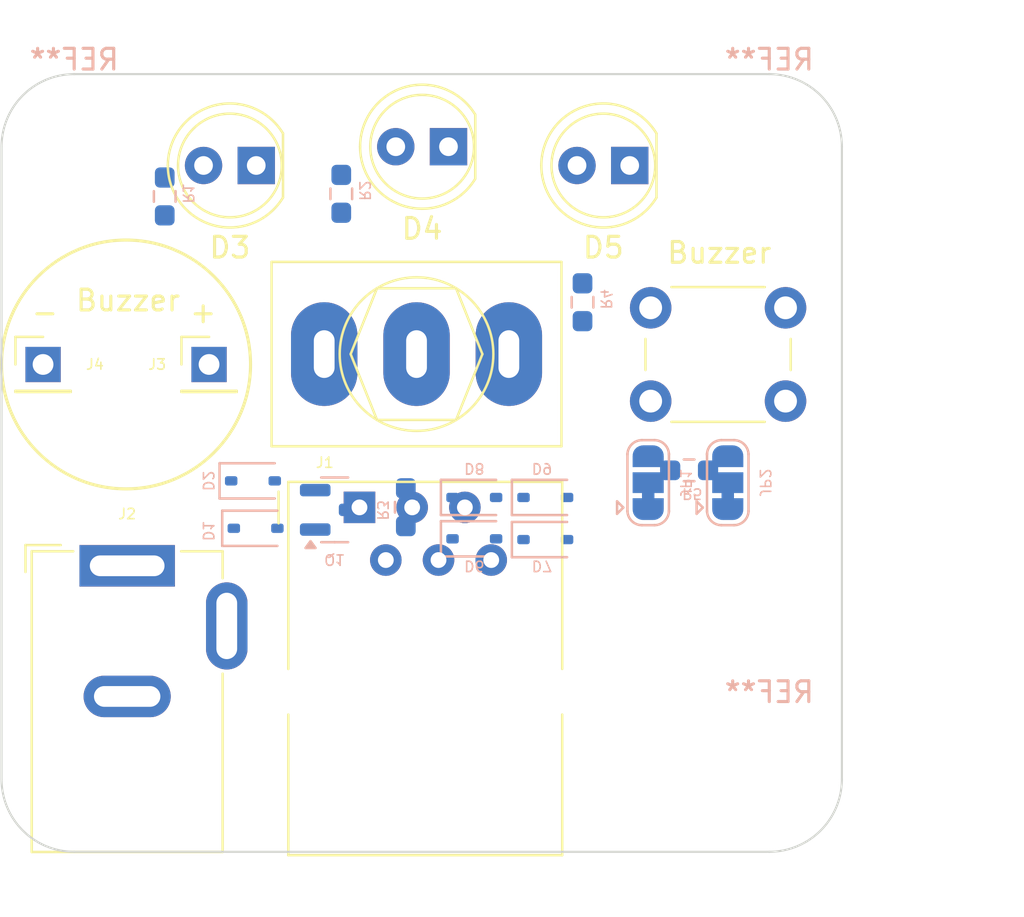
<source format=kicad_pcb>
(kicad_pcb (version 20221018) (generator pcbnew)
  (layers (0 "F.Cu" signal) (31 "B.Cu" signal) (34 "B.Paste" user) (35 "F.Paste" user) (36 "B.SilkS" user "B.Silkscreen") (37 "F.SilkS" user "F.Silkscreen") (38 "B.Mask" user) (39 "F.Mask" user) (44 "Edge.Cuts" user))
  (net 0 "")
  (net 1 "GND")
  (net 2 "+12V")
  (net 3 "Net-(D1-A)")
  (net 4 "/bellRX")
  (net 5 "/bellTX")
  (net 6 "/line1")
  (net 7 "/line2")
  (net 8 "Net-(D3-A)")
  (net 9 "Net-(D4-A)")
  (net 10 "Net-(D5-K)")
  (net 11 "Net-(D5-A)")
  (net 12 "Net-(D6-A)")
  (net 13 "Net-(D8-A)")
  (net 14 "Net-(JP1-B)")
  (net 15 "Net-(JP1-A)")
  (footprint "LED_THT:LED_D5.0mm" (layer "F.Cu") (at 177.275 65.405 180)
    (fp_text reference "D3" (at 1.27 -3.96 180) (layer "F.SilkS"))
    (fp_text value "YELLOW")
    (fp_line (start -1.29 -1.545) (end -1.29 1.545) (stroke (width 0.12)) (layer "F.SilkS"))
    (fp_arc (start -1.29 -1.54483) (mid 2.072002 -2.880433) (end 4.26 0.000462) (stroke (width 0.12)) (layer "F.SilkS"))
    (fp_arc (start 4.26 -0.000462) (mid 2.072002 2.880433) (end -1.29 1.54483) (stroke (width 0.12)) (layer "F.SilkS"))
    (fp_circle (center 1.27 0) (end 3.77 0) (stroke (width 0.12)) (fill none) (layer "F.SilkS"))
    (pad "1" thru_hole rect (at 0 0 180) (size 1.8 1.8) (drill 0.9) (layers "*.Cu" "*.Mask") (net 7 "/line2"))
    (pad "2" thru_hole circle (at 2.54 0 180) (size 1.8 1.8) (drill 0.9) (layers "*.Cu" "*.Mask") (net 8 "Net-(D3-A)"))
  )
  (footprint "Connector_PinHeader_2.54mm:PinHeader_1x01_P2.54mm_Vertical" (layer "F.Cu") (at 167 75)
    (fp_text reference "J4" (at 2.5 0 unlocked) (layer "F.SilkS") (effects (font (size 0.5 0.5) (thickness 0.075))))
    (fp_text value "Conn_01x01")
    (fp_line (start -1.33 -1.33) (end 0 -1.33) (stroke (width 0.12)) (layer "F.SilkS"))
    (fp_line (start -1.33 0) (end -1.33 -1.33) (stroke (width 0.12)) (layer "F.SilkS"))
    (fp_line (start -1.33 1.27) (end -1.33 1.33) (stroke (width 0.12)) (layer "F.SilkS"))
    (fp_line (start -1.33 1.27) (end 1.33 1.27) (stroke (width 0.12)) (layer "F.SilkS"))
    (fp_line (start -1.33 1.33) (end 1.33 1.33) (stroke (width 0.12)) (layer "F.SilkS"))
    (fp_line (start 1.33 1.27) (end 1.33 1.33) (stroke (width 0.12)) (layer "F.SilkS"))
    (pad "1" thru_hole rect (at 0 0) (size 1.7 1.7) (drill 1) (layers "*.Cu" "*.Mask") (net 1 "GND"))
  )
  (footprint "LED_THT:LED_D5.0mm" (layer "F.Cu") (at 186.54 64.5 180)
    (fp_text reference "D4" (at 1.27 -3.96 180) (layer "F.SilkS"))
    (fp_text value "GREEN")
    (fp_line (start -1.29 -1.545) (end -1.29 1.545) (stroke (width 0.12)) (layer "F.SilkS"))
    (fp_arc (start -1.29 -1.54483) (mid 2.072002 -2.880433) (end 4.26 0.000462) (stroke (width 0.12)) (layer "F.SilkS"))
    (fp_arc (start 4.26 -0.000462) (mid 2.072002 2.880433) (end -1.29 1.54483) (stroke (width 0.12)) (layer "F.SilkS"))
    (fp_circle (center 1.27 0) (end 3.77 0) (stroke (width 0.12)) (fill none) (layer "F.SilkS"))
    (pad "1" thru_hole rect (at 0 0 180) (size 1.8 1.8) (drill 0.9) (layers "*.Cu" "*.Mask") (net 6 "/line1"))
    (pad "2" thru_hole circle (at 2.54 0 180) (size 1.8 1.8) (drill 0.9) (layers "*.Cu" "*.Mask") (net 9 "Net-(D4-A)"))
  )
  (footprint "Button_Switch_THT:SW_PUSH_6mm_H4.3mm" (layer "F.Cu") (at 196.284 72.268)
    (fp_text reference "SW2" hide)
    (fp_text value "6mm_tactile")
    (fp_line (start -0.25 1.5) (end -0.25 3) (stroke (width 0.12)) (layer "F.SilkS"))
    (fp_line (start 1 5.5) (end 5.5 5.5) (stroke (width 0.12)) (layer "F.SilkS"))
    (fp_line (start 5.5 -1) (end 1 -1) (stroke (width 0.12)) (layer "F.SilkS"))
    (fp_line (start 6.75 3) (end 6.75 1.5) (stroke (width 0.12)) (layer "F.SilkS"))
    (pad "1" thru_hole circle (at 0 0 90) (size 2 2) (drill 1.1) (layers "*.Cu" "*.Mask") (net 5 "/bellTX"))
    (pad "1" thru_hole circle (at 6.5 0 90) (size 2 2) (drill 1.1) (layers "*.Cu" "*.Mask") (net 5 "/bellTX"))
    (pad "2" thru_hole circle (at 0 4.5 90) (size 2 2) (drill 1.1) (layers "*.Cu" "*.Mask") (net 2 "+12V"))
    (pad "2" thru_hole circle (at 6.5 4.5 90) (size 2 2) (drill 1.1) (layers "*.Cu" "*.Mask") (net 2 "+12V"))
  )
  (footprint "custom_kicad_lib_sk:RJ12" (layer "F.Cu") (at 182.25 81.892)
    (fp_text reference "J1" (at -1.67 -2.16 unlocked) (layer "F.SilkS") (effects (font (size 0.5 0.5) (thickness 0.075))))
    (fp_text value "RJ12")
    (fp_line (start -3.9 0.77) (end -3.9 -0.76) (stroke (width 0.12)) (layer "F.SilkS"))
    (fp_line (start -3.43 -1.23) (end 9.77 -1.23) (stroke (width 0.12)) (layer "F.SilkS"))
    (fp_line (start -3.43 7.72) (end -3.43 7.79) (stroke (width 0.1)) (layer "F.SilkS"))
    (fp_line (start -3.43 7.79) (end -3.43 -1.23) (stroke (width 0.12)) (layer "F.SilkS"))
    (fp_line (start -3.43 16.77) (end -3.43 9.99) (stroke (width 0.12)) (layer "F.SilkS"))
    (fp_line (start 9.77 -1.23) (end 9.77 7.79) (stroke (width 0.12)) (layer "F.SilkS"))
    (fp_line (start 9.77 16.65) (end 9.77 16.77) (stroke (width 0.1)) (layer "F.SilkS"))
    (fp_line (start 9.77 16.76) (end 9.77 16.77) (stroke (width 0.1)) (layer "F.SilkS"))
    (fp_line (start 9.77 16.77) (end -3.43 16.77) (stroke (width 0.12)) (layer "F.SilkS"))
    (fp_line (start 9.77 16.77) (end 9.77 9.99) (stroke (width 0.12)) (layer "F.SilkS"))
    (pad "" np_thru_hole circle (at -1.91 8.89) (size 3.25 3.25) (drill 3.25) (layers "*.Cu" "*.Mask"))
    (pad "" np_thru_hole circle (at 8.25 8.89) (size 3.25 3.25) (drill 3.25) (layers "*.Cu" "*.Mask"))
    (pad "1" thru_hole rect (at 0 0) (size 1.52 1.52) (drill 0.76) (layers "*.Cu" "*.Mask") (net 2 "+12V"))
    (pad "2" thru_hole circle (at 1.27 2.54) (size 1.52 1.52) (drill 0.76) (layers "*.Cu" "*.Mask") (net 6 "/line1"))
    (pad "3" thru_hole circle (at 2.54 0) (size 1.52 1.52) (drill 0.76) (layers "*.Cu" "*.Mask") (net 14 "Net-(JP1-B)"))
    (pad "4" thru_hole circle (at 3.81 2.54) (size 1.52 1.52) (drill 0.76) (layers "*.Cu" "*.Mask") (net 15 "Net-(JP1-A)"))
    (pad "5" thru_hole circle (at 5.08 0) (size 1.52 1.52) (drill 0.76) (layers "*.Cu" "*.Mask") (net 7 "/line2"))
    (pad "6" thru_hole circle (at 6.35 2.54) (size 1.52 1.52) (drill 0.76) (layers "*.Cu" "*.Mask") (net 1 "GND"))
  )
  (footprint "custom_kicad_lib_sk:barreljack" (layer "F.Cu") (at 171.054 84.709)
    (fp_text reference "J2" (at 0 -2.5 unlocked) (layer "F.SilkS") (effects (font (size 0.5 0.5) (thickness 0.075))))
    (fp_text value "Barrel_Jack")
    (fp_line (start -4.9 -1) (end -4.9 0.3) (stroke (width 0.12)) (layer "F.SilkS"))
    (fp_line (start -4.6 -0.7) (end -2.6 -0.7) (stroke (width 0.12)) (layer "F.SilkS"))
    (fp_line (start -4.6 13.8) (end -4.6 -0.7) (stroke (width 0.12)) (layer "F.SilkS"))
    (fp_line (start -3.2 -1) (end -4.9 -1) (stroke (width 0.12)) (layer "F.SilkS"))
    (fp_line (start 2.6 -0.7) (end 4.6 -0.7) (stroke (width 0.12)) (layer "F.SilkS"))
    (fp_line (start 4.6 -0.7) (end 4.6 0.6) (stroke (width 0.12)) (layer "F.SilkS"))
    (fp_line (start 4.6 5.2) (end 4.6 13.8) (stroke (width 0.12)) (layer "F.SilkS"))
    (fp_line (start 4.6 13.8) (end -4.6 13.8) (stroke (width 0.12)) (layer "F.SilkS"))
    (pad "1" thru_hole rect (at 0 0) (size 4.6 2) (drill oval 3.6 1) (layers "*.Cu" "*.Mask") (net 12 "Net-(D6-A)"))
    (pad "2" thru_hole oval (at 0 6.3) (size 4.2 2) (drill oval 3.2 1) (layers "*.Cu" "*.Mask") (net 13 "Net-(D8-A)"))
    (pad "3" thru_hole oval (at 4.8 2.9) (size 2 4.2) (drill oval 1 3.2) (layers "*.Cu" "*.Mask"))
  )
  (footprint "Connector_PinHeader_2.54mm:PinHeader_1x01_P2.54mm_Vertical" (layer "F.Cu") (at 175 75)
    (fp_text reference "J3" (at -2.5 0 unlocked) (layer "F.SilkS") (effects (font (size 0.5 0.5) (thickness 0.075))))
    (fp_text value "Conn_01x01")
    (fp_line (start -1.33 -1.33) (end 0 -1.33) (stroke (width 0.12)) (layer "F.SilkS"))
    (fp_line (start -1.33 0) (end -1.33 -1.33) (stroke (width 0.12)) (layer "F.SilkS"))
    (fp_line (start -1.33 1.27) (end -1.33 1.33) (stroke (width 0.12)) (layer "F.SilkS"))
    (fp_line (start -1.33 1.27) (end 1.33 1.27) (stroke (width 0.12)) (layer "F.SilkS"))
    (fp_line (start -1.33 1.33) (end 1.33 1.33) (stroke (width 0.12)) (layer "F.SilkS"))
    (fp_line (start 1.33 1.27) (end 1.33 1.33) (stroke (width 0.12)) (layer "F.SilkS"))
    (pad "1" thru_hole rect (at 0 0) (size 1.7 1.7) (drill 1) (layers "*.Cu" "*.Mask") (net 4 "/bellRX"))
  )
  (footprint "custom_kicad_lib_sk:SW_Toggle_Blue_wSlots" (layer "F.Cu") (at 185 74.5)
    (fp_text reference "SW1" hide)
    (fp_text value "SW_SPDT")
    (fp_line (start -6.985 -4.445) (end 6.985 -4.445) (stroke (width 0.12)) (layer "F.SilkS"))
    (fp_line (start -6.985 4.445) (end -6.985 -4.445) (stroke (width 0.12)) (layer "F.SilkS"))
    (fp_line (start -3.175 0) (end -1.905 -3.175) (stroke (width 0.12)) (layer "F.SilkS"))
    (fp_line (start -1.905 -3.175) (end 1.905 -3.175) (stroke (width 0.12)) (layer "F.SilkS"))
    (fp_line (start -1.905 3.175) (end -3.175 0) (stroke (width 0.12)) (layer "F.SilkS"))
    (fp_line (start 1.905 -3.175) (end 3.175 0) (stroke (width 0.12)) (layer "F.SilkS"))
    (fp_line (start 1.905 3.175) (end -1.905 3.175) (stroke (width 0.12)) (layer "F.SilkS"))
    (fp_line (start 3.175 0) (end 1.905 3.175) (stroke (width 0.12)) (layer "F.SilkS"))
    (fp_line (start 6.985 -4.445) (end 6.985 4.445) (stroke (width 0.12)) (layer "F.SilkS"))
    (fp_line (start 6.985 4.445) (end -6.985 4.445) (stroke (width 0.12)) (layer "F.SilkS"))
    (fp_circle (center 0 0) (end 1.905 3.175) (stroke (width 0.12)) (fill none) (layer "F.SilkS"))
    (pad "1" thru_hole oval (at -4.45 0) (size 3.2 5) (drill oval 1 2.3) (layers "*.Cu" "*.Mask") (net 6 "/line1"))
    (pad "2" thru_hole oval (at 0 0) (size 3.2 5) (drill oval 1 2.3) (layers "*.Cu" "*.Mask") (net 1 "GND"))
    (pad "3" thru_hole oval (at 4.45 0) (size 3.2 5) (drill oval 1 2.3) (layers "*.Cu" "*.Mask") (net 7 "/line2"))
  )
  (footprint "LED_THT:LED_D5.0mm" (layer "F.Cu") (at 195.275 65.405 180)
    (fp_text reference "D5" (at 1.27 -3.96 180) (layer "F.SilkS"))
    (fp_text value "WHITE")
    (fp_line (start -1.29 -1.545) (end -1.29 1.545) (stroke (width 0.12)) (layer "F.SilkS"))
    (fp_arc (start -1.29 -1.54483) (mid 2.072002 -2.880433) (end 4.26 0.000462) (stroke (width 0.12)) (layer "F.SilkS"))
    (fp_arc (start 4.26 -0.000462) (mid 2.072002 2.880433) (end -1.29 1.54483) (stroke (width 0.12)) (layer "F.SilkS"))
    (fp_circle (center 1.27 0) (end 3.77 0) (stroke (width 0.12)) (fill none) (layer "F.SilkS"))
    (pad "1" thru_hole rect (at 0 0 180) (size 1.8 1.8) (drill 0.9) (layers "*.Cu" "*.Mask") (net 10 "Net-(D5-K)"))
    (pad "2" thru_hole circle (at 2.54 0 180) (size 1.8 1.8) (drill 0.9) (layers "*.Cu" "*.Mask") (net 11 "Net-(D5-A)"))
  )
  (footprint "custom_kicad_lib_sk:R_0603_smalltext" (layer "B.Cu") (at 181.373 66.771 90)
    (fp_text reference "R2" (at 0.15 1.125 270 unlocked) (layer "B.SilkS") (effects (font (size 0.5 0.5) (thickness 0.075)) (justify mirror)))
    (fp_text value "15k")
    (fp_line (start -0.254724 -0.5225) (end 0.254724 -0.5225) (stroke (width 0.12)) (layer "B.SilkS"))
    (fp_line (start -0.254724 0.5225) (end 0.254724 0.5225) (stroke (width 0.12)) (layer "B.SilkS"))
    (pad "1" smd roundrect (at -0.9125 0 90) (size 0.975 0.95) (layers "B.Cu" "B.Paste" "B.Mask") (net 2 "+12V"))
    (pad "2" smd roundrect (at 0.9125 0 90) (size 0.975 0.95) (layers "B.Cu" "B.Paste" "B.Mask") (net 9 "Net-(D4-A)"))
  )
  (footprint "Diode_SMD:D_SOD-323" (layer "B.Cu") (at 191.206 81.413)
    (fp_text reference "D9" (at -0.161 -1.397 180 unlocked) (layer "B.SilkS") (effects (font (size 0.5 0.5) (thickness 0.075)) (justify mirror)))
    (fp_text value "1N4148WS")
    (fp_line (start -1.61 -0.85) (end 1.05 -0.85) (stroke (width 0.12)) (layer "B.SilkS"))
    (fp_line (start -1.61 0.85) (end -1.61 -0.85) (stroke (width 0.12)) (layer "B.SilkS"))
    (fp_line (start -1.61 0.85) (end 1.05 0.85) (stroke (width 0.12)) (layer "B.SilkS"))
    (pad "1" smd roundrect (at -1.05 0) (size 0.6 0.45) (layers "B.Cu" "B.Paste" "B.Mask") (net 13 "Net-(D8-A)"))
    (pad "2" smd roundrect (at 1.05 0) (size 0.6 0.45) (layers "B.Cu" "B.Paste" "B.Mask") (net 1 "GND"))
  )
  (footprint "custom_kicad_lib_sk:R_0603_smalltext" (layer "B.Cu") (at 193 72 90)
    (fp_text reference "R4" (at 0.15 1.125 270 unlocked) (layer "B.SilkS") (effects (font (size 0.5 0.5) (thickness 0.075)) (justify mirror)))
    (fp_text value "15k")
    (fp_line (start -0.254724 -0.5225) (end 0.254724 -0.5225) (stroke (width 0.12)) (layer "B.SilkS"))
    (fp_line (start -0.254724 0.5225) (end 0.254724 0.5225) (stroke (width 0.12)) (layer "B.SilkS"))
    (pad "1" smd roundrect (at -0.9125 0 90) (size 0.975 0.95) (layers "B.Cu" "B.Paste" "B.Mask") (net 2 "+12V"))
    (pad "2" smd roundrect (at 0.9125 0 90) (size 0.975 0.95) (layers "B.Cu" "B.Paste" "B.Mask") (net 11 "Net-(D5-A)"))
  )
  (footprint "MountingHole:MountingHole_3.2mm_M3" (layer "B.Cu") (at 202 64.5 180)
    (fp_text reference "REF**" (at 0 4.2) (layer "B.SilkS") (effects (justify mirror)))
    (fp_text value "MountingHole_3.2mm_M3")
    (pad "" np_thru_hole circle (at 0 0 180) (size 3.2 3.2) (drill 3.2) (layers "*.Cu" "*.Mask"))
  )
  (footprint "custom_kicad_lib_sk:R_0603_smalltext" (layer "B.Cu") (at 172.864 66.898 90)
    (fp_text reference "R1" (at 0.15 1.125 270 unlocked) (layer "B.SilkS") (effects (font (size 0.5 0.5) (thickness 0.075)) (justify mirror)))
    (fp_text value "15k")
    (fp_line (start -0.254724 -0.5225) (end 0.254724 -0.5225) (stroke (width 0.12)) (layer "B.SilkS"))
    (fp_line (start -0.254724 0.5225) (end 0.254724 0.5225) (stroke (width 0.12)) (layer "B.SilkS"))
    (pad "1" smd roundrect (at -0.9125 0 90) (size 0.975 0.95) (layers "B.Cu" "B.Paste" "B.Mask") (net 2 "+12V"))
    (pad "2" smd roundrect (at 0.9125 0 90) (size 0.975 0.95) (layers "B.Cu" "B.Paste" "B.Mask") (net 8 "Net-(D3-A)"))
  )
  (footprint "custom_kicad_lib_sk:R_0603_smalltext" (layer "B.Cu") (at 184.483 81.884 -90)
    (fp_text reference "R3" (at 0.15 1.125 -90 unlocked) (layer "B.SilkS") (effects (font (size 0.5 0.5) (thickness 0.075)) (justify mirror)))
    (fp_text value "10k")
    (fp_line (start -0.254724 -0.5225) (end 0.254724 -0.5225) (stroke (width 0.12)) (layer "B.SilkS"))
    (fp_line (start -0.254724 0.5225) (end 0.254724 0.5225) (stroke (width 0.12)) (layer "B.SilkS"))
    (pad "1" smd roundrect (at -0.9125 0 270) (size 0.975 0.95) (layers "B.Cu" "B.Paste" "B.Mask") (net 2 "+12V"))
    (pad "2" smd roundrect (at 0.9125 0 270) (size 0.975 0.95) (layers "B.Cu" "B.Paste" "B.Mask") (net 3 "Net-(D1-A)"))
  )
  (footprint "Diode_SMD:D_SOD-323" (layer "B.Cu") (at 187.785 81.413)
    (fp_text reference "D8" (at 0 -1.397 180 unlocked) (layer "B.SilkS") (effects (font (size 0.5 0.5) (thickness 0.075)) (justify mirror)))
    (fp_text value "1N4148WS")
    (fp_line (start -1.61 -0.85) (end 1.05 -0.85) (stroke (width 0.12)) (layer "B.SilkS"))
    (fp_line (start -1.61 0.85) (end -1.61 -0.85) (stroke (width 0.12)) (layer "B.SilkS"))
    (fp_line (start -1.61 0.85) (end 1.05 0.85) (stroke (width 0.12)) (layer "B.SilkS"))
    (pad "1" smd roundrect (at -1.05 0) (size 0.6 0.45) (layers "B.Cu" "B.Paste" "B.Mask") (net 2 "+12V"))
    (pad "2" smd roundrect (at 1.05 0) (size 0.6 0.45) (layers "B.Cu" "B.Paste" "B.Mask") (net 13 "Net-(D8-A)"))
  )
  (footprint "MountingHole:MountingHole_3.2mm_M3" (layer "B.Cu") (at 168.5 64.5 180)
    (fp_text reference "REF**" (at 0 4.2) (layer "B.SilkS") (effects (justify mirror)))
    (fp_text value "MountingHole_3.2mm_M3")
    (pad "" np_thru_hole circle (at 0 0 180) (size 3.2 3.2) (drill 3.2) (layers "F&B.Cu" "*.Mask"))
  )
  (footprint "Diode_SMD:D_SOD-323" (layer "B.Cu") (at 187.785 83.408)
    (fp_text reference "D6" (at 0 1.307 180 unlocked) (layer "B.SilkS") (effects (font (size 0.5 0.5) (thickness 0.075)) (justify mirror)))
    (fp_text value "1N4148WS")
    (fp_line (start -1.61 -0.85) (end 1.05 -0.85) (stroke (width 0.12)) (layer "B.SilkS"))
    (fp_line (start -1.61 0.85) (end -1.61 -0.85) (stroke (width 0.12)) (layer "B.SilkS"))
    (fp_line (start -1.61 0.85) (end 1.05 0.85) (stroke (width 0.12)) (layer "B.SilkS"))
    (pad "1" smd roundrect (at -1.05 0) (size 0.6 0.45) (layers "B.Cu" "B.Paste" "B.Mask") (net 2 "+12V"))
    (pad "2" smd roundrect (at 1.05 0) (size 0.6 0.45) (layers "B.Cu" "B.Paste" "B.Mask") (net 12 "Net-(D6-A)"))
  )
  (footprint "Jumper:SolderJumper-3_P1.3mm_Bridged12_RoundedPad1.0x1.5mm" (layer "B.Cu") (at 196.165 80.7 90)
    (fp_text reference "JP1" (at 0 1.8 270 unlocked) (layer "B.SilkS") (effects (font (size 0.5 0.5) (thickness 0.075)) (justify mirror)))
    (fp_text value "SolderJumper_3_Bridged12")
    (fp_poly (pts (xy -0.9 0.3) (xy -0.4 0.3) (xy -0.4 -0.3) (xy -0.9 -0.3)) (fill solid) (layer "B.Cu"))
    (fp_line (start -2.05 -0.3) (end -2.05 0.3) (stroke (width 0.12)) (layer "B.SilkS"))
    (fp_line (start -1.5 -1.5) (end -0.9 -1.5) (stroke (width 0.12)) (layer "B.SilkS"))
    (fp_line (start -1.4 1) (end 1.4 1) (stroke (width 0.12)) (layer "B.SilkS"))
    (fp_line (start -1.2 -1.2) (end -1.5 -1.5) (stroke (width 0.12)) (layer "B.SilkS"))
    (fp_line (start -1.2 -1.2) (end -0.9 -1.5) (stroke (width 0.12)) (layer "B.SilkS"))
    (fp_line (start 1.4 -1) (end -1.4 -1) (stroke (width 0.12)) (layer "B.SilkS"))
    (fp_line (start 2.05 0.3) (end 2.05 -0.3) (stroke (width 0.12)) (layer "B.SilkS"))
    (fp_arc (start -2.05 -0.3) (mid -1.844975 -0.794975) (end -1.35 -1) (stroke (width 0.12)) (layer "B.SilkS"))
    (fp_arc (start -1.35 1) (mid -1.844975 0.794975) (end -2.05 0.3) (stroke (width 0.12)) (layer "B.SilkS"))
    (fp_arc (start 1.35 -1) (mid 1.844975 -0.794975) (end 2.05 -0.3) (stroke (width 0.12)) (layer "B.SilkS"))
    (fp_arc (start 2.05 0.3) (mid 1.844975 0.794975) (end 1.35 1) (stroke (width 0.12)) (layer "B.SilkS"))
    (pad "1" smd custom (at -1.3 0 90) (size 1 0.5) (layers "B.Cu" "B.Mask") (net 15 "Net-(JP1-A)") (options (clearance outline) (anchor rect)) (primitives (gr_circle (center 0 -0.25) (end 0.5 -0.25) (width 0) (fill yes)) (gr_circle (center 0 0.25) (end 0.5 0.25) (width 0) (fill yes)) (gr_poly (pts (xy 0.55 -0.75) (xy 0 -0.75) (xy 0 0.75) (xy 0.55 0.75)) (width 0) (fill yes))))
    (pad "2" smd rect (at 0 0 90) (size 1 1.5) (layers "B.Cu" "B.Mask") (net 5 "/bellTX"))
    (pad "3" smd custom (at 1.3 0 90) (size 1 0.5) (layers "B.Cu" "B.Mask") (net 14 "Net-(JP1-B)") (options (clearance outline) (anchor rect)) (primitives (gr_circle (center 0 -0.25) (end 0.5 -0.25) (width 0) (fill yes)) (gr_circle (center 0 0.25) (end 0.5 0.25) (width 0) (fill yes)) (gr_poly (pts (xy 0 -0.75) (xy -0.55 -0.75) (xy -0.55 0.75) (xy 0 0.75)) (width 0) (fill yes))))
  )
  (footprint "Package_TO_SOT_SMD:SOT-23" (layer "B.Cu") (at 181.054 82.011)
    (fp_text reference "Q1" (at 0 2.4 180 unlocked) (layer "B.SilkS") (effects (font (size 0.5 0.5) (thickness 0.075)) (justify mirror)))
    (fp_text value "NPN_TOR")
    (fp_line (start 0 -1.56) (end -0.65 -1.56) (stroke (width 0.12)) (layer "B.SilkS"))
    (fp_line (start 0 -1.56) (end 0.65 -1.56) (stroke (width 0.12)) (layer "B.SilkS"))
    (fp_line (start 0 1.56) (end -0.65 1.56) (stroke (width 0.12)) (layer "B.SilkS"))
    (fp_line (start 0 1.56) (end 0.65 1.56) (stroke (width 0.12)) (layer "B.SilkS"))
    (fp_poly (pts (xy -1.1625 1.51) (xy -1.4025 1.84) (xy -0.9225 1.84) (xy -1.1625 1.51)) (stroke (width 0.12)) (fill solid) (layer "B.SilkS"))
    (pad "1" smd roundrect (at -0.9375 0.95) (size 1.475 0.6) (layers "B.Cu" "B.Paste" "B.Mask") (net 3 "Net-(D1-A)"))
    (pad "2" smd roundrect (at -0.9375 -0.95) (size 1.475 0.6) (layers "B.Cu" "B.Paste" "B.Mask") (net 1 "GND"))
    (pad "3" smd roundrect (at 0.9375 0) (size 1.475 0.6) (layers "B.Cu" "B.Paste" "B.Mask") (net 10 "Net-(D5-K)"))
  )
  (footprint "Jumper:SolderJumper-3_P1.3mm_Bridged12_RoundedPad1.0x1.5mm" (layer "B.Cu") (at 200 80.7 90)
    (fp_text reference "JP2" (at 0 1.8 270 unlocked) (layer "B.SilkS") (effects (font (size 0.5 0.5) (thickness 0.075)) (justify mirror)))
    (fp_text value "SolderJumper_3_Bridged12")
    (fp_poly (pts (xy -0.9 0.3) (xy -0.4 0.3) (xy -0.4 -0.3) (xy -0.9 -0.3)) (fill solid) (layer "B.Cu"))
    (fp_line (start -2.05 -0.3) (end -2.05 0.3) (stroke (width 0.12)) (layer "B.SilkS"))
    (fp_line (start -1.5 -1.5) (end -0.9 -1.5) (stroke (width 0.12)) (layer "B.SilkS"))
    (fp_line (start -1.4 1) (end 1.4 1) (stroke (width 0.12)) (layer "B.SilkS"))
    (fp_line (start -1.2 -1.2) (end -1.5 -1.5) (stroke (width 0.12)) (layer "B.SilkS"))
    (fp_line (start -1.2 -1.2) (end -0.9 -1.5) (stroke (width 0.12)) (layer "B.SilkS"))
    (fp_line (start 1.4 -1) (end -1.4 -1) (stroke (width 0.12)) (layer "B.SilkS"))
    (fp_line (start 2.05 0.3) (end 2.05 -0.3) (stroke (width 0.12)) (layer "B.SilkS"))
    (fp_arc (start -2.05 -0.3) (mid -1.844975 -0.794975) (end -1.35 -1) (stroke (width 0.12)) (layer "B.SilkS"))
    (fp_arc (start -1.35 1) (mid -1.844975 0.794975) (end -2.05 0.3) (stroke (width 0.12)) (layer "B.SilkS"))
    (fp_arc (start 1.35 -1) (mid 1.844975 -0.794975) (end 2.05 -0.3) (stroke (width 0.12)) (layer "B.SilkS"))
    (fp_arc (start 2.05 0.3) (mid 1.844975 0.794975) (end 1.35 1) (stroke (width 0.12)) (layer "B.SilkS"))
    (pad "1" smd custom (at -1.3 0 90) (size 1 0.5) (layers "B.Cu" "B.Mask") (net 14 "Net-(JP1-B)") (options (clearance outline) (anchor rect)) (primitives (gr_circle (center 0 -0.25) (end 0.5 -0.25) (width 0) (fill yes)) (gr_circle (center 0 0.25) (end 0.5 0.25) (width 0) (fill yes)) (gr_poly (pts (xy 0.55 -0.75) (xy 0 -0.75) (xy 0 0.75) (xy 0.55 0.75)) (width 0) (fill yes))))
    (pad "2" smd rect (at 0 0 90) (size 1 1.5) (layers "B.Cu" "B.Mask") (net 4 "/bellRX"))
    (pad "3" smd custom (at 1.3 0 90) (size 1 0.5) (layers "B.Cu" "B.Mask") (net 15 "Net-(JP1-A)") (options (clearance outline) (anchor rect)) (primitives (gr_circle (center 0 -0.25) (end 0.5 -0.25) (width 0) (fill yes)) (gr_circle (center 0 0.25) (end 0.5 0.25) (width 0) (fill yes)) (gr_poly (pts (xy 0 -0.75) (xy -0.55 -0.75) (xy -0.55 0.75) (xy 0 0.75)) (width 0) (fill yes))))
  )
  (footprint "Diode_SMD:D_SOD-323" (layer "B.Cu") (at 191.206 83.445)
    (fp_text reference "D7" (at -0.161 1.27 180 unlocked) (layer "B.SilkS") (effects (font (size 0.5 0.5) (thickness 0.075)) (justify mirror)))
    (fp_text value "1N4148WS")
    (fp_line (start -1.61 -0.85) (end 1.05 -0.85) (stroke (width 0.12)) (layer "B.SilkS"))
    (fp_line (start -1.61 0.85) (end -1.61 -0.85) (stroke (width 0.12)) (layer "B.SilkS"))
    (fp_line (start -1.61 0.85) (end 1.05 0.85) (stroke (width 0.12)) (layer "B.SilkS"))
    (pad "1" smd roundrect (at -1.05 0) (size 0.6 0.45) (layers "B.Cu" "B.Paste" "B.Mask") (net 12 "Net-(D6-A)"))
    (pad "2" smd roundrect (at 1.05 0) (size 0.6 0.45) (layers "B.Cu" "B.Paste" "B.Mask") (net 1 "GND"))
  )
  (footprint "Diode_SMD:D_SOD-323" (layer "B.Cu") (at 177.117 80.614)
    (fp_text reference "D2" (at -2.159 0 270 unlocked) (layer "B.SilkS") (effects (font (size 0.5 0.5) (thickness 0.075)) (justify mirror)))
    (fp_text value "1N4148WS")
    (fp_line (start -1.61 -0.85) (end 1.05 -0.85) (stroke (width 0.12)) (layer "B.SilkS"))
    (fp_line (start -1.61 0.85) (end -1.61 -0.85) (stroke (width 0.12)) (layer "B.SilkS"))
    (fp_line (start -1.61 0.85) (end 1.05 0.85) (stroke (width 0.12)) (layer "B.SilkS"))
    (pad "1" smd roundrect (at -1.05 0) (size 0.6 0.45) (layers "B.Cu" "B.Paste" "B.Mask") (net 7 "/line2"))
    (pad "2" smd roundrect (at 1.05 0) (size 0.6 0.45) (layers "B.Cu" "B.Paste" "B.Mask") (net 3 "Net-(D1-A)"))
  )
  (footprint "MountingHole:MountingHole_3.2mm_M3" (layer "B.Cu") (at 202 95 180)
    (fp_text reference "REF**" (at 0 4.2) (layer "B.SilkS") (effects (justify mirror)))
    (fp_text value "MountingHole_3.2mm_M3")
    (pad "" np_thru_hole circle (at 0 0 180) (size 3.2 3.2) (drill 3.2) (layers "F&B.Cu" "*.Mask"))
  )
  (footprint "custom_kicad_lib_sk:R_0603_smalltext" (layer "B.Cu") (at 198.137 80.106)
    (fp_text reference "R5" (at 0.15 1.125 180 unlocked) (layer "B.SilkS") (effects (font (size 0.5 0.5) (thickness 0.075)) (justify mirror)))
    (fp_text value "10k")
    (fp_line (start -0.254724 -0.5225) (end 0.254724 -0.5225) (stroke (width 0.12)) (layer "B.SilkS"))
    (fp_line (start -0.254724 0.5225) (end 0.254724 0.5225) (stroke (width 0.12)) (layer "B.SilkS"))
    (pad "1" smd roundrect (at -0.9125 0) (size 0.975 0.95) (layers "B.Cu" "B.Paste" "B.Mask") (net 5 "/bellTX"))
    (pad "2" smd roundrect (at 0.9125 0) (size 0.975 0.95) (layers "B.Cu" "B.Paste" "B.Mask") (net 1 "GND"))
  )
  (footprint "Diode_SMD:D_SOD-323" (layer "B.Cu") (at 177.244 82.9)
    (fp_text reference "D1" (at -2.286 0.127 270 unlocked) (layer "B.SilkS") (effects (font (size 0.5 0.5) (thickness 0.075)) (justify mirror)))
    (fp_text value "1N4148WS")
    (fp_line (start -1.61 -0.85) (end 1.05 -0.85) (stroke (width 0.12)) (layer "B.SilkS"))
    (fp_line (start -1.61 0.85) (end -1.61 -0.85) (stroke (width 0.12)) (layer "B.SilkS"))
    (fp_line (start -1.61 0.85) (end 1.05 0.85) (stroke (width 0.12)) (layer "B.SilkS"))
    (pad "1" smd roundrect (at -1.05 0) (size 0.6 0.45) (layers "B.Cu" "B.Paste" "B.Mask") (net 6 "/line1"))
    (pad "2" smd roundrect (at 1.05 0) (size 0.6 0.45) (layers "B.Cu" "B.Paste" "B.Mask") (net 3 "Net-(D1-A)"))
  )
  (gr_circle (center 171 75) (end 177 75) (stroke (width 0.15)) (fill none) (layer "F.SilkS"))
  (gr_arc (start 202 61) (mid 204.474874 62.025126) (end 205.5 64.5) (stroke (width 0.1)) (layer "Edge.Cuts"))
  (gr_arc (start 205.5 95) (mid 204.474874 97.474874) (end 202 98.5) (stroke (width 0.1)) (layer "Edge.Cuts"))
  (gr_line (start 202 98.5) (end 168.5 98.5) (stroke (width 0.1)) (layer "Edge.Cuts"))
  (gr_arc (start 168.5 98.5) (mid 166.025126 97.474874) (end 165 95) (stroke (width 0.1)) (layer "Edge.Cuts"))
  (gr_line (start 165 95) (end 165 64.5) (stroke (width 0.1)) (layer "Edge.Cuts"))
  (gr_line (start 202 61) (end 168.5 61) (stroke (width 0.1)) (layer "Edge.Cuts"))
  (gr_line (start 205.5 64.5) (end 205.5 95) (stroke (width 0.1)) (layer "Edge.Cuts"))
  (gr_arc (start 165 64.5) (mid 166.025126 62.025126) (end 168.5 61) (stroke (width 0.1)) (layer "Edge.Cuts"))
  (gr_text "Buzzer" (at 196.994 70.2) (layer "F.SilkS") (effects (font (size 1 1)) (justify left bottom)))
  (gr_text "-" (at 166.371 73.068) (layer "F.SilkS") (effects (font (size 1 1)) (justify left bottom)))
  (gr_text "+" (at 174 73.068) (layer "F.SilkS") (effects (font (size 1 1)) (justify left bottom)))
  (gr_text "Buzzer" (at 168.5 72.5) (layer "F.SilkS") (effects (font (size 1 1)) (justify left bottom)))
)
</source>
